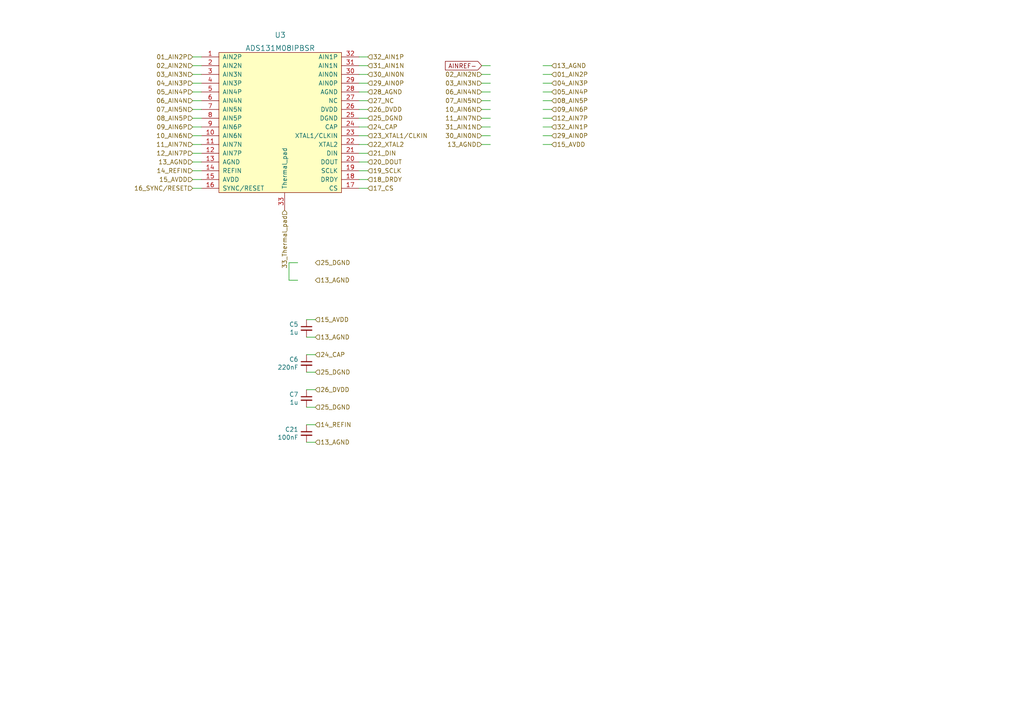
<source format=kicad_sch>
(kicad_sch (version 20230121) (generator eeschema)
  (paper "A4")
  (lib_symbols
    (symbol "FreeEEG32-ads131-rescue:C_Small-Device" (pin_numbers hide) (pin_names (offset 0.254) hide)
      (property "Reference" "C" (at 0.254 1.778 0))
      (property "Value" "C_Small-Device" (at 0.254 -2.032 0))
      (symbol "C_Small-Device_0_1"
        (polyline (pts (xy -1.524 -0.508) (xy 1.524 -0.508)) (stroke (width 0.3302)))
        (polyline (pts (xy -1.524 0.508) (xy 1.524 0.508)) (stroke (width 0.3048)))
      )
      (symbol "C_Small-Device_1_1"
        (pin passive line (at 0 2.54 270) (length 2.032) (name "~") (number "1"))
        (pin passive line (at 0 -2.54 90) (length 2.032) (name "~") (number "2"))
      )
    )
    (symbol "ads131:ADS131M08IPBS" (pin_names (offset 1.016))
      (property "Reference" "U?" (at -1.27 44.45 0))
      (property "Value" "ADS131M08IPBS" (at -1.27 40.64 0))
      (symbol "ADS131M08IPBS_0_1"
        (rectangle (start -19.05 39.37) (end 16.51 -1.27) (fill (type background)))
      )
      (symbol "ADS131M08IPBS_1_1"
        (pin input line (at -24.13 38.1 0) (length 5.08) (name "AIN2P") (number "1"))
        (pin input line (at -24.13 15.24 0) (length 5.08) (name "AIN6N") (number "10"))
        (pin input line (at -24.13 12.7 0) (length 5.08) (name "AIN7N") (number "11"))
        (pin input line (at -24.13 10.16 0) (length 5.08) (name "AIN7P") (number "12"))
        (pin input line (at -24.13 7.62 0) (length 5.08) (name "AGND") (number "13"))
        (pin input line (at -24.13 5.08 0) (length 5.08) (name "REFIN") (number "14"))
        (pin input line (at -24.13 2.54 0) (length 5.08) (name "AVDD") (number "15"))
        (pin input line (at -24.13 0 0) (length 5.08) (name "SYNC/RESET") (number "16"))
        (pin input line (at 21.59 0 180) (length 5.08) (name "CS") (number "17"))
        (pin input line (at 21.59 2.54 180) (length 5.08) (name "DRDY") (number "18"))
        (pin input line (at 21.59 5.08 180) (length 5.08) (name "SCLK") (number "19"))
        (pin input line (at -24.13 35.56 0) (length 5.08) (name "AIN2N") (number "2"))
        (pin input line (at 21.59 7.62 180) (length 5.08) (name "DOUT") (number "20"))
        (pin input line (at 21.59 10.16 180) (length 5.08) (name "DIN") (number "21"))
        (pin input line (at 21.59 12.7 180) (length 5.08) (name "XTAL2") (number "22"))
        (pin input line (at 21.59 15.24 180) (length 5.08) (name "XTAL1/CLKIN") (number "23"))
        (pin input line (at 21.59 17.78 180) (length 5.08) (name "CAP") (number "24"))
        (pin input line (at 21.59 20.32 180) (length 5.08) (name "DGND") (number "25"))
        (pin input line (at 21.59 22.86 180) (length 5.08) (name "DVDD") (number "26"))
        (pin input line (at 21.59 25.4 180) (length 5.08) (name "NC") (number "27"))
        (pin input line (at 21.59 27.94 180) (length 5.08) (name "AGND") (number "28"))
        (pin input line (at 21.59 30.48 180) (length 5.08) (name "AIN0P") (number "29"))
        (pin input line (at -24.13 33.02 0) (length 5.08) (name "AIN3N") (number "3"))
        (pin input line (at 21.59 33.02 180) (length 5.08) (name "AIN0N") (number "30"))
        (pin input line (at 21.59 35.56 180) (length 5.08) (name "AIN1N") (number "31"))
        (pin input line (at 21.59 38.1 180) (length 5.08) (name "AIN1P") (number "32"))
        (pin input line (at 0 -6.35 90) (length 5.08) (name "Thermal_pad") (number "33"))
        (pin input line (at -24.13 30.48 0) (length 5.08) (name "AIN3P") (number "4"))
        (pin input line (at -24.13 27.94 0) (length 5.08) (name "AIN4P") (number "5"))
        (pin input line (at -24.13 25.4 0) (length 5.08) (name "AIN4N") (number "6"))
        (pin input line (at -24.13 22.86 0) (length 5.08) (name "AIN5N") (number "7"))
        (pin input line (at -24.13 20.32 0) (length 5.08) (name "AIN5P") (number "8"))
        (pin input line (at -24.13 17.78 0) (length 5.08) (name "AIN6P") (number "9"))
      )
    )
  )
  (wire (pts (xy 139.7 39.37) (xy 142.24 39.37)))
  (wire (pts (xy 139.7 24.13) (xy 142.24 24.13)))
  (wire (pts (xy 160.02 41.91) (xy 157.48 41.91)))
  (wire (pts (xy 91.44 113.03) (xy 88.9 113.03)))
  (wire (pts (xy 142.24 41.91) (xy 139.7 41.91)))
  (wire (pts (xy 160.02 26.67) (xy 157.48 26.67)))
  (wire (pts (xy 55.88 52.07) (xy 58.42 52.07)))
  (wire (pts (xy 55.88 46.99) (xy 58.42 46.99)))
  (wire (pts (xy 139.7 34.29) (xy 142.24 34.29)))
  (wire (pts (xy 55.88 29.21) (xy 58.42 29.21)))
  (wire (pts (xy 104.14 16.51) (xy 106.68 16.51)))
  (wire (pts (xy 160.02 29.21) (xy 157.48 29.21)))
  (wire (pts (xy 160.02 36.83) (xy 157.48 36.83)))
  (wire (pts (xy 91.44 123.19) (xy 88.9 123.19)))
  (wire (pts (xy 139.7 26.67) (xy 142.24 26.67)))
  (wire (pts (xy 104.14 44.45) (xy 106.68 44.45)))
  (wire (pts (xy 139.7 36.83) (xy 142.24 36.83)))
  (wire (pts (xy 83.82 81.28) (xy 86.36 81.28)))
  (wire (pts (xy 55.88 31.75) (xy 58.42 31.75)))
  (wire (pts (xy 104.14 49.53) (xy 106.68 49.53)))
  (wire (pts (xy 160.02 19.05) (xy 157.48 19.05)))
  (wire (pts (xy 55.88 49.53) (xy 58.42 49.53)))
  (wire (pts (xy 55.88 34.29) (xy 58.42 34.29)))
  (wire (pts (xy 55.88 41.91) (xy 58.42 41.91)))
  (wire (pts (xy 55.88 39.37) (xy 58.42 39.37)))
  (wire (pts (xy 91.44 128.27) (xy 88.9 128.27)))
  (wire (pts (xy 142.24 19.05) (xy 139.7 19.05)))
  (wire (pts (xy 55.88 24.13) (xy 58.42 24.13)))
  (wire (pts (xy 91.44 97.79) (xy 88.9 97.79)))
  (wire (pts (xy 104.14 46.99) (xy 106.68 46.99)))
  (wire (pts (xy 58.42 26.67) (xy 55.88 26.67)))
  (wire (pts (xy 104.14 39.37) (xy 106.68 39.37)))
  (wire (pts (xy 160.02 24.13) (xy 157.48 24.13)))
  (wire (pts (xy 91.44 107.95) (xy 88.9 107.95)))
  (wire (pts (xy 91.44 92.71) (xy 88.9 92.71)))
  (wire (pts (xy 91.44 118.11) (xy 88.9 118.11)))
  (wire (pts (xy 106.68 26.67) (xy 104.14 26.67)))
  (wire (pts (xy 55.88 54.61) (xy 58.42 54.61)))
  (wire (pts (xy 104.14 41.91) (xy 106.68 41.91)))
  (wire (pts (xy 55.88 44.45) (xy 58.42 44.45)))
  (wire (pts (xy 160.02 31.75) (xy 157.48 31.75)))
  (wire (pts (xy 160.02 34.29) (xy 157.48 34.29)))
  (wire (pts (xy 104.14 24.13) (xy 106.68 24.13)))
  (wire (pts (xy 104.14 29.21) (xy 106.68 29.21)))
  (wire (pts (xy 55.88 36.83) (xy 58.42 36.83)))
  (wire (pts (xy 83.82 76.2) (xy 83.82 81.28)))
  (wire (pts (xy 104.14 21.59) (xy 106.68 21.59)))
  (wire (pts (xy 160.02 21.59) (xy 157.48 21.59)))
  (wire (pts (xy 139.7 21.59) (xy 142.24 21.59)))
  (wire (pts (xy 104.14 54.61) (xy 106.68 54.61)))
  (wire (pts (xy 104.14 52.07) (xy 106.68 52.07)))
  (wire (pts (xy 55.88 16.51) (xy 58.42 16.51)))
  (wire (pts (xy 104.14 19.05) (xy 106.68 19.05)))
  (wire (pts (xy 104.14 34.29) (xy 106.68 34.29)))
  (wire (pts (xy 104.14 36.83) (xy 106.68 36.83)))
  (wire (pts (xy 86.36 76.2) (xy 83.82 76.2)))
  (wire (pts (xy 91.44 102.87) (xy 88.9 102.87)))
  (wire (pts (xy 160.02 39.37) (xy 157.48 39.37)))
  (wire (pts (xy 104.14 31.75) (xy 106.68 31.75)))
  (wire (pts (xy 55.88 21.59) (xy 58.42 21.59)))
  (wire (pts (xy 139.7 31.75) (xy 142.24 31.75)))
  (wire (pts (xy 55.88 19.05) (xy 58.42 19.05)))
  (wire (pts (xy 139.7 29.21) (xy 142.24 29.21)))
  (global_label "AINREF-" (shape input) (at 139.7 19.05 180) (property "Intersheetrefs" "${INTERSHEET_REFS}" (effects hide)))
  (hierarchical_label "07_AIN5N" (shape input) (at 139.7 29.21 180))
  (hierarchical_label "11_AIN7N" (shape input) (at 55.88 41.91 180))
  (hierarchical_label "33_Thermal_pad" (shape input) (at 82.55 60.96 270))
  (hierarchical_label "04_AIN3P" (shape input) (at 160.02 24.13 0))
  (hierarchical_label "02_AIN2N" (shape input) (at 139.7 21.59 180))
  (hierarchical_label "25_DGND" (shape input) (at 91.44 76.2 0))
  (hierarchical_label "15_AVDD" (shape input) (at 91.44 92.71 0))
  (hierarchical_label "14_REFIN" (shape input) (at 91.44 123.19 0))
  (hierarchical_label "23_XTAL1{slash}CLKIN" (shape input) (at 106.68 39.37 0))
  (hierarchical_label "29_AIN0P" (shape input) (at 106.68 24.13 0))
  (hierarchical_label "14_REFIN" (shape input) (at 55.88 49.53 180))
  (hierarchical_label "07_AIN5N" (shape input) (at 55.88 31.75 180))
  (hierarchical_label "31_AIN1N" (shape input) (at 106.68 19.05 0))
  (hierarchical_label "10_AIN6N" (shape input) (at 139.7 31.75 180))
  (hierarchical_label "26_DVDD" (shape input) (at 106.68 31.75 0))
  (hierarchical_label "11_AIN7N" (shape input) (at 139.7 34.29 180))
  (hierarchical_label "02_AIN2N" (shape input) (at 55.88 19.05 180))
  (hierarchical_label "21_DIN" (shape input) (at 106.68 44.45 0))
  (hierarchical_label "25_DGND" (shape input) (at 91.44 118.11 0))
  (hierarchical_label "16_SYNC{slash}RESET" (shape input) (at 55.88 54.61 180))
  (hierarchical_label "13_AGND" (shape input) (at 91.44 97.79 0))
  (hierarchical_label "20_DOUT" (shape input) (at 106.68 46.99 0))
  (hierarchical_label "08_AIN5P" (shape input) (at 55.88 34.29 180))
  (hierarchical_label "12_AIN7P" (shape input) (at 55.88 44.45 180))
  (hierarchical_label "13_AGND" (shape input) (at 139.7 41.91 180))
  (hierarchical_label "09_AIN6P" (shape input) (at 55.88 36.83 180))
  (hierarchical_label "13_AGND" (shape input) (at 91.44 128.27 0))
  (hierarchical_label "13_AGND" (shape input) (at 160.02 19.05 0))
  (hierarchical_label "06_AIN4N" (shape input) (at 139.7 26.67 180))
  (hierarchical_label "28_AGND" (shape input) (at 106.68 26.67 0))
  (hierarchical_label "27_NC" (shape input) (at 106.68 29.21 0))
  (hierarchical_label "06_AIN4N" (shape input) (at 55.88 29.21 180))
  (hierarchical_label "03_AIN3N" (shape input) (at 139.7 24.13 180))
  (hierarchical_label "17_CS" (shape input) (at 106.68 54.61 0))
  (hierarchical_label "05_AIN4P" (shape input) (at 55.88 26.67 180))
  (hierarchical_label "22_XTAL2" (shape input) (at 106.68 41.91 0))
  (hierarchical_label "10_AIN6N" (shape input) (at 55.88 39.37 180))
  (hierarchical_label "01_AIN2P" (shape input) (at 160.02 21.59 0))
  (hierarchical_label "30_AIN0N" (shape input) (at 106.68 21.59 0))
  (hierarchical_label "32_AIN1P" (shape input) (at 106.68 16.51 0))
  (hierarchical_label "24_CAP" (shape input) (at 106.68 36.83 0))
  (hierarchical_label "15_AVDD" (shape input) (at 160.02 41.91 0))
  (hierarchical_label "05_AIN4P" (shape input) (at 160.02 26.67 0))
  (hierarchical_label "24_CAP" (shape input) (at 91.44 102.87 0))
  (hierarchical_label "18_DRDY" (shape input) (at 106.68 52.07 0))
  (hierarchical_label "12_AIN7P" (shape input) (at 160.02 34.29 0))
  (hierarchical_label "26_DVDD" (shape input) (at 91.44 113.03 0))
  (hierarchical_label "04_AIN3P" (shape input) (at 55.88 24.13 180))
  (hierarchical_label "08_AIN5P" (shape input) (at 160.02 29.21 0))
  (hierarchical_label "32_AIN1P" (shape input) (at 160.02 36.83 0))
  (hierarchical_label "09_AIN6P" (shape input) (at 160.02 31.75 0))
  (hierarchical_label "31_AIN1N" (shape input) (at 139.7 36.83 180))
  (hierarchical_label "19_SCLK" (shape input) (at 106.68 49.53 0))
  (hierarchical_label "01_AIN2P" (shape input) (at 55.88 16.51 180))
  (hierarchical_label "25_DGND" (shape input) (at 106.68 34.29 0))
  (hierarchical_label "13_AGND" (shape input) (at 55.88 46.99 180))
  (hierarchical_label "13_AGND" (shape input) (at 91.44 81.28 0))
  (hierarchical_label "30_AIN0N" (shape input) (at 139.7 39.37 180))
  (hierarchical_label "03_AIN3N" (shape input) (at 55.88 21.59 180))
  (hierarchical_label "25_DGND" (shape input) (at 91.44 107.95 0))
  (hierarchical_label "29_AIN0P" (shape input) (at 160.02 39.37 0))
  (hierarchical_label "15_AVDD" (shape input) (at 55.88 52.07 180))
  (symbol (lib_id "FreeEEG32-ads131-rescue:C_Small-Device") (at 88.9 125.73 0) (mirror y) (unit 1)
    (property "Reference" "C21" (at 86.5632 124.5616 0) (effects (justify left)))
    (property "Value" "100nF" (at 86.5632 126.873 0) (effects (justify left)))
    (property "Footprint" "Capacitor_SMD:C_0402_1005Metric" (effects hide))
    (property "Datasheet" "C0G" (effects hide))
    (property "MNP" "CL05B104KO5NNNC" (effects hide))
  )
  (symbol (lib_id "ads131:ADS131M08IPBS") (at 82.55 54.61 0) (unit 1)
    (property "Reference" "U3" (at 81.28 10.16 0) (effects (font (size 1.524 1.524))))
    (property "Value" "ADS131M08IPBSR" (at 81.28 13.97 0) (effects (font (size 1.524 1.524))))
    (property "Footprint" "Package_QFP:LQFP-32_5x5mm_P0.5mm" (effects hide))
    (property "MNP" "ADS131M08IPBSR" (effects hide))
  )
  (symbol (lib_id "FreeEEG32-ads131-rescue:C_Small-Device") (at 88.9 115.57 0) (mirror y) (unit 1)
    (property "Reference" "C7" (at 86.5632 114.4016 0) (effects (justify left)))
    (property "Value" "1u" (at 86.5632 116.713 0) (effects (justify left)))
    (property "Footprint" "Capacitor_SMD:C_0402_1005Metric" (effects hide))
    (property "Datasheet" "X7R, not Y5V" (effects hide))
    (property "MNP" "CL05A105KO5NNNC" (effects hide))
  )
  (symbol (lib_id "FreeEEG32-ads131-rescue:C_Small-Device") (at 88.9 105.41 0) (mirror y) (unit 1)
    (property "Reference" "C6" (at 86.5632 104.2416 0) (effects (justify left)))
    (property "Value" "220nF" (at 86.5632 106.553 0) (effects (justify left)))
    (property "Footprint" "Capacitor_SMD:C_0402_1005Metric" (effects hide))
    (property "Datasheet" "X7R, not Y5V" (effects hide))
    (property "MNP" "CC0402KRX5R5BB224" (effects hide))
  )
  (symbol (lib_id "FreeEEG32-ads131-rescue:C_Small-Device") (at 88.9 95.25 0) (mirror y) (unit 1)
    (property "Reference" "C5" (at 86.5632 94.0816 0) (effects (justify left)))
    (property "Value" "1u" (at 86.5632 96.393 0) (effects (justify left)))
    (property "Footprint" "Capacitor_SMD:C_0402_1005Metric" (effects hide))
    (property "Datasheet" "C0G" (effects hide))
    (property "MNP" "CL05A105KO5NNNC" (effects hide))
  )
)
</source>
